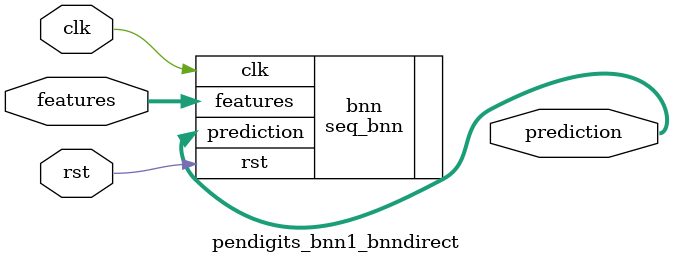
<source format=v>













module pendigits_bnn1_bnndirect #(

parameter FEAT_CNT = 16,
parameter HIDDEN_CNT = 40,
parameter FEAT_BITS = 4,
parameter CLASS_CNT = 10,
parameter TEST_CNT = 1000


  ) (
  input clk,
  input rst,
  input [FEAT_CNT*FEAT_BITS-1:0] features,
  output [$clog2(CLASS_CNT)-1:0] prediction
  );

  localparam Weights0 = 640'b0111100101011001111011000111010001000000100011110110010000110111100011000011011001110011010010011110010001111000010000011110110000011010110111100101000000001100100010100110110100110101000111000011001101010000000111110111000000100010110010101100101010100111101111011001111000111001001101101111100101110100100000101101011101011111001000111011010010010000000111001101111111010000100101101001100000111101100011100010101110001000111100011011110001001111110101111000111100101100110101100101001101010110010010111100011111011010001010000010001010101000101101010100100010100001110011000000000101101011011000111110100000001111111110110111111100001000 ;
  localparam Weights1 = 400'b0000100000101111101101100001011000110000011110110111101011101100111100000000000001011101010001011000011110000100011101100111000000001111010000000110111100001000010010110010110110100000011111111101000010001000011011000111010110000010000010110101011011010111100111100010101011111110110001011100011000001010100011000011111010001111111000101011111010000101001111000111000011011001011111000001101001000001 ;

  seq_bnn #(.FEAT_CNT(FEAT_CNT),.FEAT_BITS(FEAT_BITS),.HIDDEN_CNT(HIDDEN_CNT),.CLASS_CNT(CLASS_CNT),.Weights0(Weights0),.Weights1(Weights1)) bnn (
    .clk(clk),
    .rst(rst),
    .features(features),
    .prediction(prediction)
  );

endmodule

</source>
